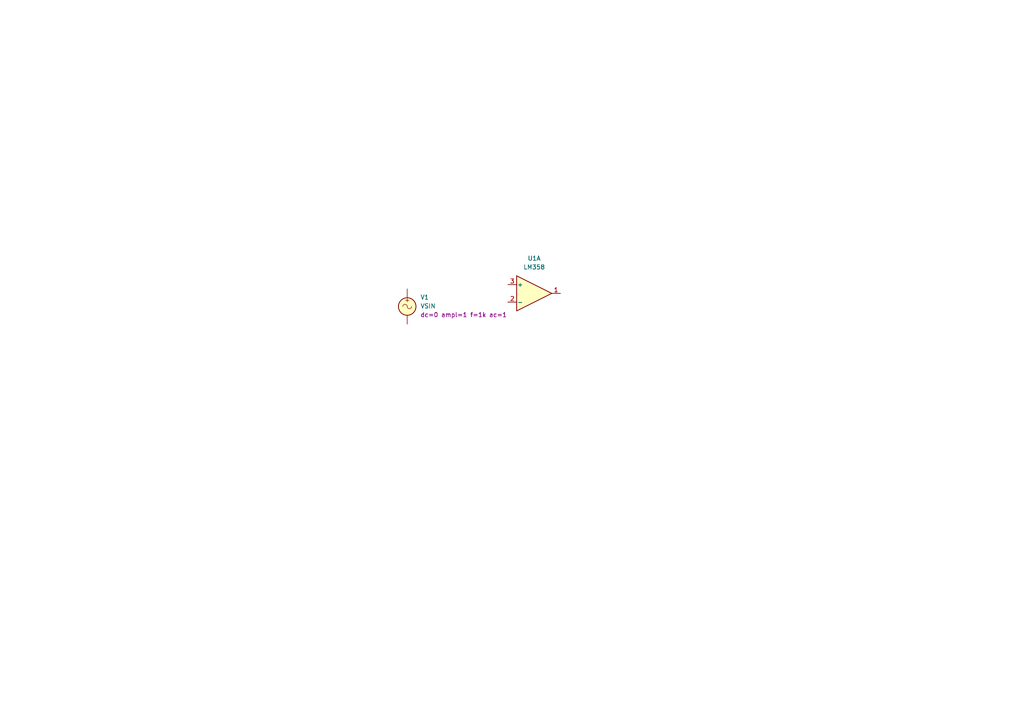
<source format=kicad_sch>
(kicad_sch (version 20250114) (generator "eeschema") (generator_version "9.0")
  (paper "A4")
  (lib_symbols
    (symbol "Amplifier_Operational:LM358" (pin_names (offset 0.127))
      (property "Reference" "U" (at 0 5.08 0))
      (property "Value" "LM358" (at 0 -5.08 0))
      (symbol "LM358_1_1"
        (polyline (pts (xy -5.08 5.08) (xy 5.08 0) (xy -5.08 -5.08) (xy -5.08 5.08)) (stroke (width 0.254)) (fill (type background)))
        (pin input line (at -7.62 2.54 0) (length 2.54) (name "+") (number "3"))
        (pin input line (at -7.62 -2.54 0) (length 2.54) (name "-") (number "2"))
        (pin output line (at 7.62 0 180) (length 2.54) (name "~") (number "1"))
      )
      (symbol "LM358_2_1"
        (polyline (pts (xy -5.08 5.08) (xy 5.08 0) (xy -5.08 -5.08) (xy -5.08 5.08)) (stroke (width 0.254)) (fill (type background)))
        (pin input line (at -7.62 2.54 0) (length 2.54) (name "+") (number "5"))
        (pin input line (at -7.62 -2.54 0) (length 2.54) (name "-") (number "6"))
        (pin output line (at 7.62 0 180) (length 2.54) (name "~") (number "7"))
      )
      (symbol "LM358_3_1"
        (pin power_in line (at -2.54 7.62 270) (length 3.81) (name "V+") (number "8"))
        (pin power_in line (at -2.54 -7.62 90) (length 3.81) (name "V-") (number "4"))
      )
    )
    (symbol "Simulation_SPICE:VSIN" (pin_numbers (hide yes)) (pin_names (offset 0.0254))
      (property "Reference" "V" (at 2.54 2.54 0))
      (property "Value" "VSIN" (at 2.54 0 0))
      (property "Sim.Params" "dc=0 ampl=1 f=1k ac=1" (at 2.54 -2.54 0))
      (symbol "VSIN_0_0"
        (arc (start -1.27 0) (mid -0.635 0.6323) (end 0 0))
        (arc (start 1.27 0) (mid 0.635 -0.6323) (end 0 0))
        (text "+" (at 0 1.905 0) (effects (font (size 1.27 1.27))))
      )
      (symbol "VSIN_0_1"
        (circle (center 0 0) (radius 2.54) (stroke (width 0.254)) (fill (type background)))
      )
      (symbol "VSIN_1_1"
        (pin passive line (at 0 5.08 270) (length 2.54) (name "~") (number "1"))
        (pin passive line (at 0 -5.08 90) (length 2.54) (name "~") (number "2"))
      )
    )
  )
  (symbol (lib_id "Simulation_SPICE:VSIN") (at 118.11 88.9 0) (unit 1)
    (property "Reference" "V1" (at 121.92 86.2301 0) (effects (justify left)))
    (property "Value" "VSIN" (at 121.92 88.7701 0) (effects (justify left)))
    (property "Datasheet" "https://ngspice.sourceforge.io/docs/ngspice-html-manual/manual.xhtml#sec_Independent_Sources_for" (effects (hide yes)))
    (property "Description" "Voltage source, sinusoidal" (effects (hide yes)))
    (property "Sim.Pins" "1=+ 2=-" (effects (hide yes)))
    (property "Sim.Params" "dc=0 ampl=1 f=1k ac=1" (at 121.92 91.3101 0) (effects (justify left)))
    (property "Sim.Type" "SIN" (effects (hide yes)))
    (property "Sim.Device" "V" (effects (hide yes)))
  )
  (symbol (lib_id "Amplifier_Operational:LM358") (at 154.94 85.09 0) (unit 1)
    (property "Reference" "U1" (at 154.94 74.93 0))
    (property "Value" "LM358" (at 154.94 77.47 0))
    (property "Datasheet" "http://www.ti.com/lit/ds/symlink/lm2904-n.pdf" (effects (hide yes)))
    (property "Description" "Low-Power, Dual Operational Amplifiers, DIP-8/SOIC-8/TO-99-8" (effects (hide yes)))
  )
)
</source>
